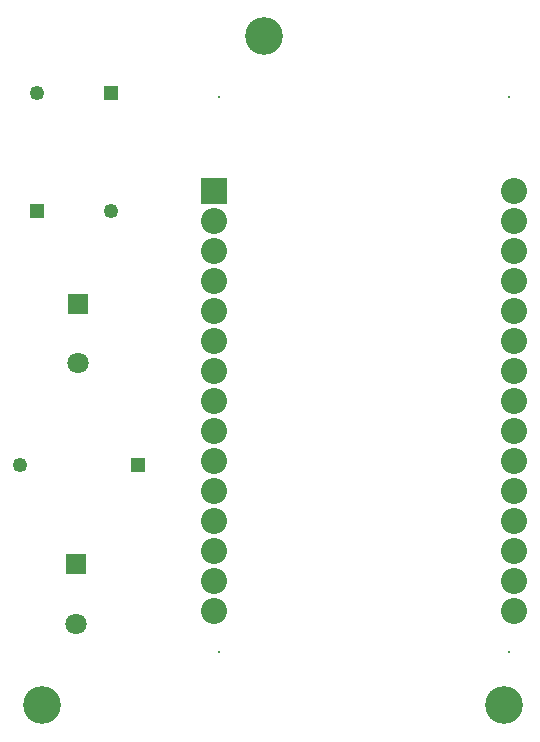
<source format=gts>
%FSDAX23Y23*%
%MOIN*%
%SFA1B1*%

%IPPOS*%
%ADD14R,0.049212X0.049212*%
%ADD15C,0.049212*%
%ADD16C,0.070992*%
%ADD17R,0.070992X0.070992*%
%ADD18R,0.086740X0.086740*%
%ADD19C,0.086740*%
%ADD20C,0.008000*%
%ADD21R,0.049212X0.049212*%
%ADD22C,0.126110*%
%LNpcbenvio_esp32-1*%
%LPD*%
G54D14*
X01630Y04696D03*
X01385Y04303D03*
G54D15*
X01630Y04303D03*
X01385Y04696D03*
X01328Y03455D03*
G54D16*
X01520Y03796D03*
X01515Y02928D03*
G54D17*
X01520Y03993D03*
X01515Y03125D03*
G54D18*
X01975Y04370D03*
G54D19*
X01975Y04270D03*
Y04170D03*
Y04070D03*
Y03970D03*
Y03870D03*
Y03770D03*
Y03670D03*
Y03570D03*
Y03470D03*
Y03370D03*
Y03270D03*
Y03170D03*
Y03070D03*
Y02970D03*
X02975Y04370D03*
Y04270D03*
Y04170D03*
Y04070D03*
Y03970D03*
Y03870D03*
Y03770D03*
Y03670D03*
Y03570D03*
Y03470D03*
Y03370D03*
Y03270D03*
Y03170D03*
Y03070D03*
Y02970D03*
G54D20*
X01991Y02834D03*
X02956D03*
Y04683D03*
X01991D03*
G54D21*
X01721Y03455D03*
G54D22*
X02140Y04885D03*
X02940Y02655D03*
X01400D03*
M02*
</source>
